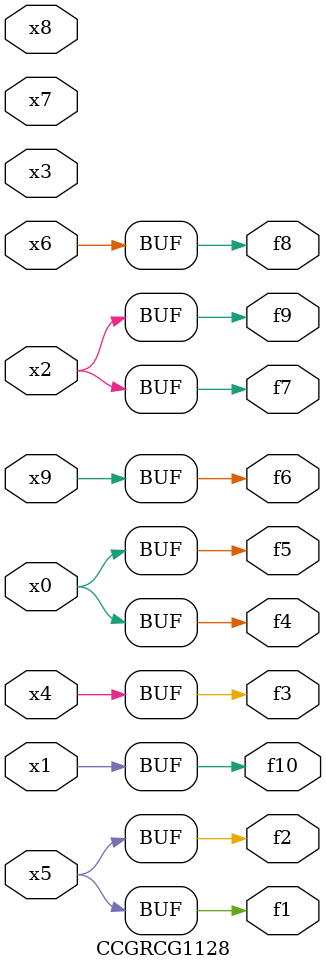
<source format=v>
module CCGRCG1128(
	input x0, x1, x2, x3, x4, x5, x6, x7, x8, x9,
	output f1, f2, f3, f4, f5, f6, f7, f8, f9, f10
);
	assign f1 = x5;
	assign f2 = x5;
	assign f3 = x4;
	assign f4 = x0;
	assign f5 = x0;
	assign f6 = x9;
	assign f7 = x2;
	assign f8 = x6;
	assign f9 = x2;
	assign f10 = x1;
endmodule

</source>
